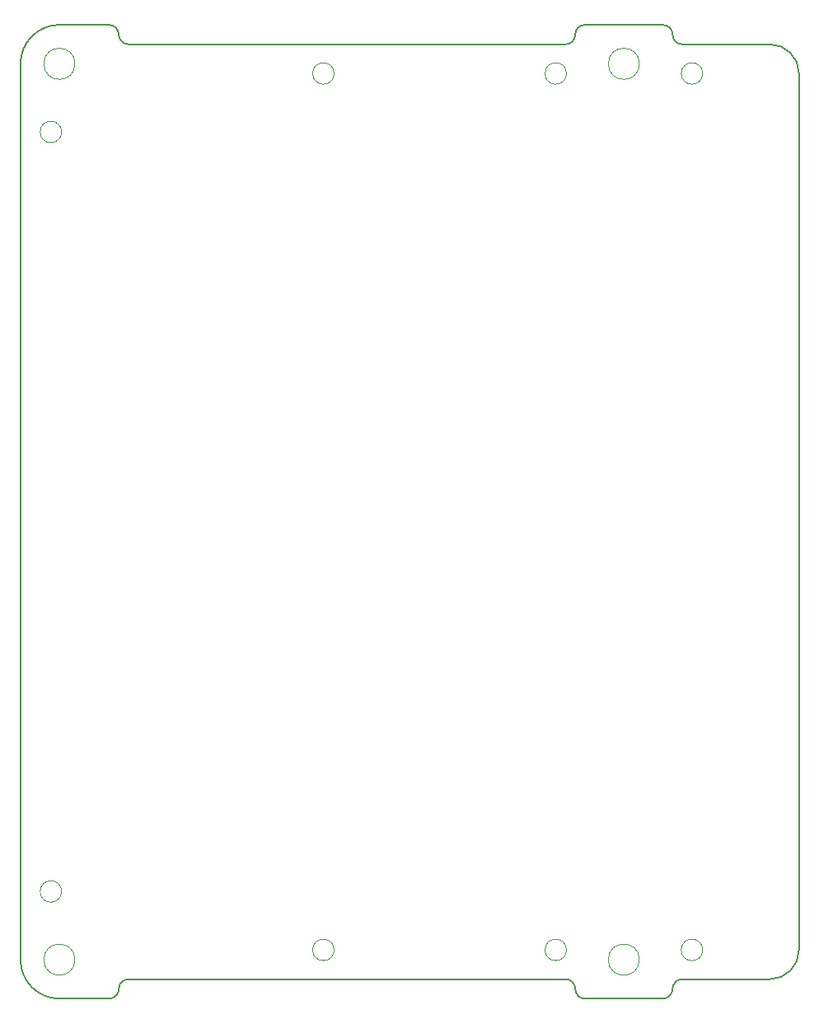
<source format=gbr>
%TF.GenerationSoftware,KiCad,Pcbnew,9.0.0*%
%TF.CreationDate,2025-03-07T13:23:28+03:00*%
%TF.ProjectId,PM_CNV-AI4_W,504d5f43-4e56-42d4-9149-345f572e6b69,rev?*%
%TF.SameCoordinates,Original*%
%TF.FileFunction,Profile,NP*%
%FSLAX46Y46*%
G04 Gerber Fmt 4.6, Leading zero omitted, Abs format (unit mm)*
G04 Created by KiCad (PCBNEW 9.0.0) date 2025-03-07 13:23:28*
%MOMM*%
%LPD*%
G01*
G04 APERTURE LIST*
%TA.AperFunction,Profile*%
%ADD10C,0.200000*%
%TD*%
%TA.AperFunction,Profile*%
%ADD11C,0.050000*%
%TD*%
G04 APERTURE END LIST*
D10*
X-36000000Y-50000000D02*
G75*
G02*
X-40000000Y-46000000I0J4000000D01*
G01*
X40000000Y-45000000D02*
G75*
G02*
X37000000Y-48000000I-3000000J0D01*
G01*
X-28900000Y48000000D02*
G75*
G02*
X-29900000Y49000000I0J1000000D01*
G01*
X26000000Y50000000D02*
X18000000Y50000000D01*
X27000000Y-49000000D02*
G75*
G02*
X26000000Y-50000000I-1000000J0D01*
G01*
X40000000Y45000000D02*
X40000000Y-45000000D01*
X-29900000Y-49000000D02*
G75*
G02*
X-30900000Y-50000000I-1000000J0D01*
G01*
X37000000Y48000000D02*
G75*
G02*
X40000000Y45000000I0J-3000000D01*
G01*
X16000000Y-48000000D02*
G75*
G02*
X17000000Y-49000000I0J-1000000D01*
G01*
X37000000Y48000000D02*
X28000000Y48000000D01*
X16000000Y-48000000D02*
X-28900000Y-48000000D01*
X-30900000Y50000000D02*
G75*
G02*
X-29900000Y49000000I0J-1000000D01*
G01*
X18000000Y-50000000D02*
G75*
G02*
X17000000Y-49000000I0J1000000D01*
G01*
X-40000000Y46000000D02*
X-40000000Y-46000000D01*
X18000000Y-50000000D02*
X26000000Y-50000000D01*
X17000000Y49000000D02*
G75*
G02*
X16000000Y48000000I-1000000J0D01*
G01*
X17000000Y49000000D02*
G75*
G02*
X18000000Y50000000I1000000J0D01*
G01*
X-40000000Y46000000D02*
G75*
G02*
X-36000000Y50000000I4000000J0D01*
G01*
X-28900000Y48000000D02*
X16000000Y48000000D01*
X-29900000Y-49000000D02*
G75*
G02*
X-28900000Y-48000000I1000000J0D01*
G01*
X-36000000Y50000000D02*
X-30900000Y50000000D01*
X26000000Y50000000D02*
G75*
G02*
X27000000Y49000000I0J-1000000D01*
G01*
X28000000Y48000000D02*
G75*
G02*
X27000000Y49000000I0J1000000D01*
G01*
X-36000000Y-50000000D02*
X-30900000Y-50000000D01*
X27000000Y-49000000D02*
G75*
G02*
X28000000Y-48000000I1000000J0D01*
G01*
X28000000Y-48000000D02*
X37000000Y-48000000D01*
D11*
%TO.C,H3*%
X-34400000Y-46000000D02*
G75*
G02*
X-37600000Y-46000000I-1600000J0D01*
G01*
X-37600000Y-46000000D02*
G75*
G02*
X-34400000Y-46000000I1600000J0D01*
G01*
%TO.C,U1*%
X-35776229Y39000000D02*
G75*
G02*
X-37976229Y39000000I-1100000J0D01*
G01*
X-37976229Y39000000D02*
G75*
G02*
X-35776229Y39000000I1100000J0D01*
G01*
X-35776229Y-39000000D02*
G75*
G02*
X-37976229Y-39000000I-1100000J0D01*
G01*
X-37976229Y-39000000D02*
G75*
G02*
X-35776229Y-39000000I1100000J0D01*
G01*
X-7776229Y45000000D02*
G75*
G02*
X-9976229Y45000000I-1100000J0D01*
G01*
X-9976229Y45000000D02*
G75*
G02*
X-7776229Y45000000I1100000J0D01*
G01*
X-7776229Y-45000000D02*
G75*
G02*
X-9976229Y-45000000I-1100000J0D01*
G01*
X-9976229Y-45000000D02*
G75*
G02*
X-7776229Y-45000000I1100000J0D01*
G01*
%TO.C,H1*%
X23600000Y-46000000D02*
G75*
G02*
X20400000Y-46000000I-1600000J0D01*
G01*
X20400000Y-46000000D02*
G75*
G02*
X23600000Y-46000000I1600000J0D01*
G01*
%TO.C,H4*%
X23600000Y46000000D02*
G75*
G02*
X20400000Y46000000I-1600000J0D01*
G01*
X20400000Y46000000D02*
G75*
G02*
X23600000Y46000000I1600000J0D01*
G01*
%TO.C,H2*%
X-34400000Y46000000D02*
G75*
G02*
X-37600000Y46000000I-1600000J0D01*
G01*
X-37600000Y46000000D02*
G75*
G02*
X-34400000Y46000000I1600000J0D01*
G01*
%TO.C,SP1*%
X16100000Y45000000D02*
G75*
G02*
X13900000Y45000000I-1100000J0D01*
G01*
X13900000Y45000000D02*
G75*
G02*
X16100000Y45000000I1100000J0D01*
G01*
X16100000Y-45000000D02*
G75*
G02*
X13900000Y-45000000I-1100000J0D01*
G01*
X13900000Y-45000000D02*
G75*
G02*
X16100000Y-45000000I1100000J0D01*
G01*
X30100000Y45000000D02*
G75*
G02*
X27900000Y45000000I-1100000J0D01*
G01*
X27900000Y45000000D02*
G75*
G02*
X30100000Y45000000I1100000J0D01*
G01*
X30100000Y-45000000D02*
G75*
G02*
X27900000Y-45000000I-1100000J0D01*
G01*
X27900000Y-45000000D02*
G75*
G02*
X30100000Y-45000000I1100000J0D01*
G01*
%TD*%
M02*

</source>
